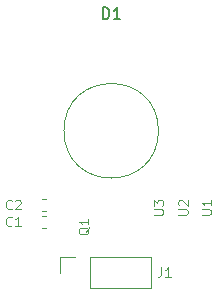
<source format=gbr>
%TF.GenerationSoftware,KiCad,Pcbnew,6.0.1-79c1e3a40b~116~ubuntu20.04.1*%
%TF.CreationDate,2022-02-15T14:13:17+00:00*%
%TF.ProjectId,LED,4c45442e-6b69-4636-9164-5f7063625858,rev?*%
%TF.SameCoordinates,Original*%
%TF.FileFunction,Legend,Top*%
%TF.FilePolarity,Positive*%
%FSLAX46Y46*%
G04 Gerber Fmt 4.6, Leading zero omitted, Abs format (unit mm)*
G04 Created by KiCad (PCBNEW 6.0.1-79c1e3a40b~116~ubuntu20.04.1) date 2022-02-15 14:13:17*
%MOMM*%
%LPD*%
G01*
G04 APERTURE LIST*
%ADD10C,0.100000*%
%ADD11C,0.150000*%
%ADD12C,0.120000*%
G04 APERTURE END LIST*
D10*
%TO.C,C2*%
X135066666Y-81085714D02*
X135028571Y-81123809D01*
X134914285Y-81161904D01*
X134838095Y-81161904D01*
X134723809Y-81123809D01*
X134647619Y-81047619D01*
X134609523Y-80971428D01*
X134571428Y-80819047D01*
X134571428Y-80704761D01*
X134609523Y-80552380D01*
X134647619Y-80476190D01*
X134723809Y-80400000D01*
X134838095Y-80361904D01*
X134914285Y-80361904D01*
X135028571Y-80400000D01*
X135066666Y-80438095D01*
X135371428Y-80438095D02*
X135409523Y-80400000D01*
X135485714Y-80361904D01*
X135676190Y-80361904D01*
X135752380Y-80400000D01*
X135790476Y-80438095D01*
X135828571Y-80514285D01*
X135828571Y-80590476D01*
X135790476Y-80704761D01*
X135333333Y-81161904D01*
X135828571Y-81161904D01*
D11*
%TO.C,D1*%
X142761904Y-65052380D02*
X142761904Y-64052380D01*
X143000000Y-64052380D01*
X143142857Y-64100000D01*
X143238095Y-64195238D01*
X143285714Y-64290476D01*
X143333333Y-64480952D01*
X143333333Y-64623809D01*
X143285714Y-64814285D01*
X143238095Y-64909523D01*
X143142857Y-65004761D01*
X143000000Y-65052380D01*
X142761904Y-65052380D01*
X144285714Y-65052380D02*
X143714285Y-65052380D01*
X144000000Y-65052380D02*
X144000000Y-64052380D01*
X143904761Y-64195238D01*
X143809523Y-64290476D01*
X143714285Y-64338095D01*
D10*
%TO.C,C1*%
X135066666Y-82485714D02*
X135028571Y-82523809D01*
X134914285Y-82561904D01*
X134838095Y-82561904D01*
X134723809Y-82523809D01*
X134647619Y-82447619D01*
X134609523Y-82371428D01*
X134571428Y-82219047D01*
X134571428Y-82104761D01*
X134609523Y-81952380D01*
X134647619Y-81876190D01*
X134723809Y-81800000D01*
X134838095Y-81761904D01*
X134914285Y-81761904D01*
X135028571Y-81800000D01*
X135066666Y-81838095D01*
X135828571Y-82561904D02*
X135371428Y-82561904D01*
X135600000Y-82561904D02*
X135600000Y-81761904D01*
X135523809Y-81876190D01*
X135447619Y-81952380D01*
X135371428Y-81990476D01*
%TO.C,U2*%
X149179904Y-81609523D02*
X149827523Y-81609523D01*
X149903714Y-81571428D01*
X149941809Y-81533333D01*
X149979904Y-81457142D01*
X149979904Y-81304761D01*
X149941809Y-81228571D01*
X149903714Y-81190476D01*
X149827523Y-81152380D01*
X149179904Y-81152380D01*
X149256095Y-80809523D02*
X149218000Y-80771428D01*
X149179904Y-80695238D01*
X149179904Y-80504761D01*
X149218000Y-80428571D01*
X149256095Y-80390476D01*
X149332285Y-80352380D01*
X149408476Y-80352380D01*
X149522761Y-80390476D01*
X149979904Y-80847619D01*
X149979904Y-80352380D01*
%TO.C,J1*%
X147733333Y-86061904D02*
X147733333Y-86633333D01*
X147695238Y-86747619D01*
X147619047Y-86823809D01*
X147504761Y-86861904D01*
X147428571Y-86861904D01*
X148533333Y-86861904D02*
X148076190Y-86861904D01*
X148304761Y-86861904D02*
X148304761Y-86061904D01*
X148228571Y-86176190D01*
X148152380Y-86252380D01*
X148076190Y-86290476D01*
%TO.C,U3*%
X147110304Y-81609523D02*
X147757923Y-81609523D01*
X147834114Y-81571428D01*
X147872209Y-81533333D01*
X147910304Y-81457142D01*
X147910304Y-81304761D01*
X147872209Y-81228571D01*
X147834114Y-81190476D01*
X147757923Y-81152380D01*
X147110304Y-81152380D01*
X147110304Y-80847619D02*
X147110304Y-80352380D01*
X147415066Y-80619047D01*
X147415066Y-80504761D01*
X147453161Y-80428571D01*
X147491257Y-80390476D01*
X147567447Y-80352380D01*
X147757923Y-80352380D01*
X147834114Y-80390476D01*
X147872209Y-80428571D01*
X147910304Y-80504761D01*
X147910304Y-80733333D01*
X147872209Y-80809523D01*
X147834114Y-80847619D01*
%TO.C,Q1*%
X141638095Y-82676190D02*
X141600000Y-82752380D01*
X141523809Y-82828571D01*
X141409523Y-82942857D01*
X141371428Y-83019047D01*
X141371428Y-83095238D01*
X141561904Y-83057142D02*
X141523809Y-83133333D01*
X141447619Y-83209523D01*
X141295238Y-83247619D01*
X141028571Y-83247619D01*
X140876190Y-83209523D01*
X140800000Y-83133333D01*
X140761904Y-83057142D01*
X140761904Y-82904761D01*
X140800000Y-82828571D01*
X140876190Y-82752380D01*
X141028571Y-82714285D01*
X141295238Y-82714285D01*
X141447619Y-82752380D01*
X141523809Y-82828571D01*
X141561904Y-82904761D01*
X141561904Y-83057142D01*
X141561904Y-81952380D02*
X141561904Y-82409523D01*
X141561904Y-82180952D02*
X140761904Y-82180952D01*
X140876190Y-82257142D01*
X140952380Y-82333333D01*
X140990476Y-82409523D01*
%TO.C,U1*%
X151161904Y-81609523D02*
X151809523Y-81609523D01*
X151885714Y-81571428D01*
X151923809Y-81533333D01*
X151961904Y-81457142D01*
X151961904Y-81304761D01*
X151923809Y-81228571D01*
X151885714Y-81190476D01*
X151809523Y-81152380D01*
X151161904Y-81152380D01*
X151961904Y-80352380D02*
X151961904Y-80809523D01*
X151961904Y-80580952D02*
X151161904Y-80580952D01*
X151276190Y-80657142D01*
X151352380Y-80733333D01*
X151390476Y-80809523D01*
D12*
%TO.C,C2*%
X137675233Y-80262000D02*
X137967767Y-80262000D01*
X137675233Y-81282000D02*
X137967767Y-81282000D01*
%TO.C,D1*%
X147500000Y-74500000D02*
G75*
G03*
X147500000Y-74500000I-4000000J0D01*
G01*
%TO.C,C1*%
X137967767Y-81735200D02*
X137675233Y-81735200D01*
X137967767Y-82755200D02*
X137675233Y-82755200D01*
%TO.C,J1*%
X141745000Y-87830000D02*
X146885000Y-87830000D01*
X146885000Y-87830000D02*
X146885000Y-85170000D01*
X141745000Y-87830000D02*
X141745000Y-85170000D01*
X139145000Y-85170000D02*
X140475000Y-85170000D01*
X141745000Y-85170000D02*
X146885000Y-85170000D01*
X139145000Y-86500000D02*
X139145000Y-85170000D01*
%TD*%
M02*

</source>
